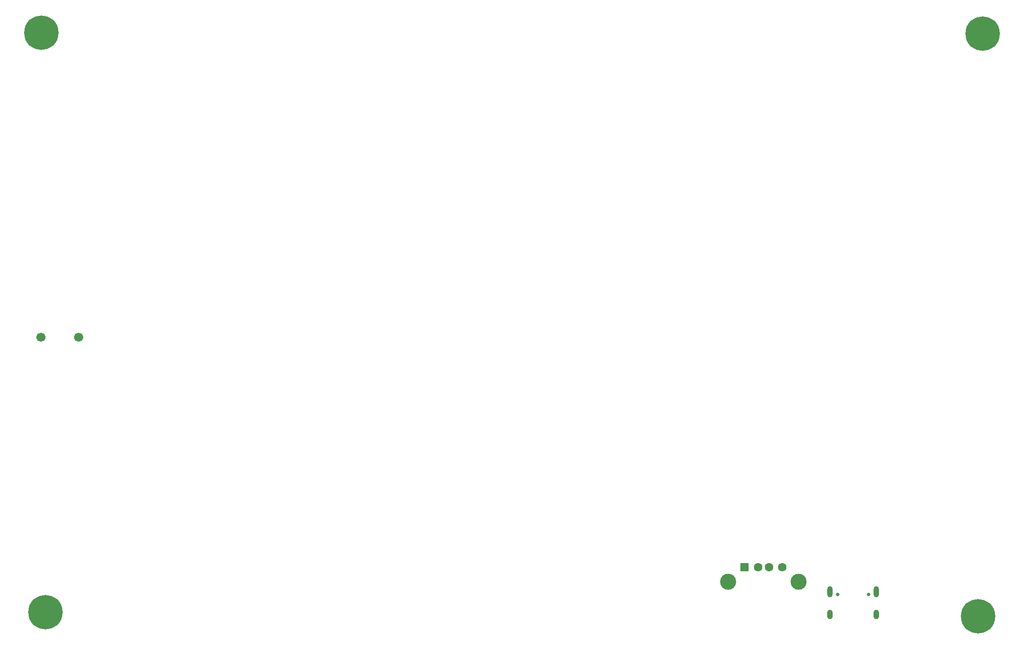
<source format=gbr>
%TF.GenerationSoftware,KiCad,Pcbnew,8.0.1*%
%TF.CreationDate,2024-07-11T11:53:29+07:00*%
%TF.ProjectId,chroma-pixel-zeta,6368726f-6d61-42d7-9069-78656c2d7a65,rev?*%
%TF.SameCoordinates,Original*%
%TF.FileFunction,Soldermask,Bot*%
%TF.FilePolarity,Negative*%
%FSLAX46Y46*%
G04 Gerber Fmt 4.6, Leading zero omitted, Abs format (unit mm)*
G04 Created by KiCad (PCBNEW 8.0.1) date 2024-07-11 11:53:29*
%MOMM*%
%LPD*%
G01*
G04 APERTURE LIST*
%ADD10C,0.800000*%
%ADD11C,6.400000*%
%ADD12R,1.600000X1.500000*%
%ADD13C,1.600000*%
%ADD14C,3.000000*%
%ADD15C,0.650000*%
%ADD16O,1.000000X2.100000*%
%ADD17O,1.000000X1.800000*%
%ADD18C,1.700000*%
G04 APERTURE END LIST*
D10*
%TO.C,H3*%
X56896000Y-40716200D03*
X56193056Y-42413256D03*
X56193056Y-39019144D03*
X54496000Y-43116200D03*
D11*
X54496000Y-40716200D03*
D10*
X54496000Y-38316200D03*
X52798944Y-42413256D03*
X52798944Y-39019144D03*
X52096000Y-40716200D03*
%TD*%
%TO.C,H4*%
X57619600Y-148717000D03*
X56916656Y-150414056D03*
X56916656Y-147019944D03*
X55219600Y-151117000D03*
D11*
X55219600Y-148717000D03*
D10*
X55219600Y-146317000D03*
X53522544Y-150414056D03*
X53522544Y-147019944D03*
X52819600Y-148717000D03*
%TD*%
D12*
%TO.C,J12*%
X185476000Y-140334400D03*
D13*
X187976000Y-140334400D03*
X189976000Y-140334400D03*
X192476000Y-140334400D03*
D14*
X182406000Y-143044400D03*
X195546000Y-143044400D03*
%TD*%
D15*
%TO.C,J4*%
X202799200Y-145426200D03*
X208579200Y-145426200D03*
D16*
X201369200Y-144906200D03*
D17*
X201369200Y-149106200D03*
D16*
X210009200Y-144906200D03*
D17*
X210009200Y-149106200D03*
%TD*%
D18*
%TO.C,J11*%
X54396000Y-97510600D03*
X61396000Y-97510600D03*
%TD*%
D10*
%TO.C,H1*%
X232214456Y-40949544D03*
X231511512Y-42646600D03*
X231511512Y-39252488D03*
X229814456Y-43349544D03*
D11*
X229814456Y-40949544D03*
D10*
X229814456Y-38549544D03*
X228117400Y-42646600D03*
X228117400Y-39252488D03*
X227414456Y-40949544D03*
%TD*%
%TO.C,H2*%
X231330200Y-149479000D03*
X230627256Y-151176056D03*
X230627256Y-147781944D03*
X228930200Y-151879000D03*
D11*
X228930200Y-149479000D03*
D10*
X228930200Y-147079000D03*
X227233144Y-151176056D03*
X227233144Y-147781944D03*
X226530200Y-149479000D03*
%TD*%
M02*

</source>
